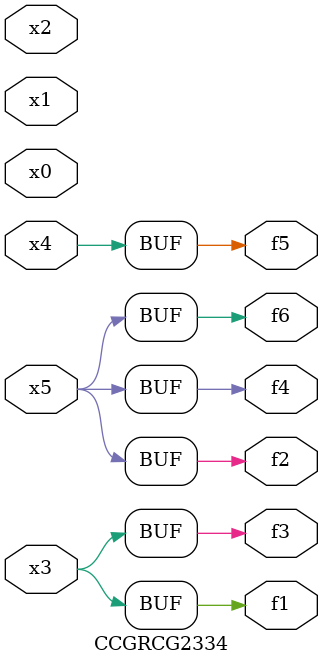
<source format=v>
module CCGRCG2334(
	input x0, x1, x2, x3, x4, x5,
	output f1, f2, f3, f4, f5, f6
);
	assign f1 = x3;
	assign f2 = x5;
	assign f3 = x3;
	assign f4 = x5;
	assign f5 = x4;
	assign f6 = x5;
endmodule

</source>
